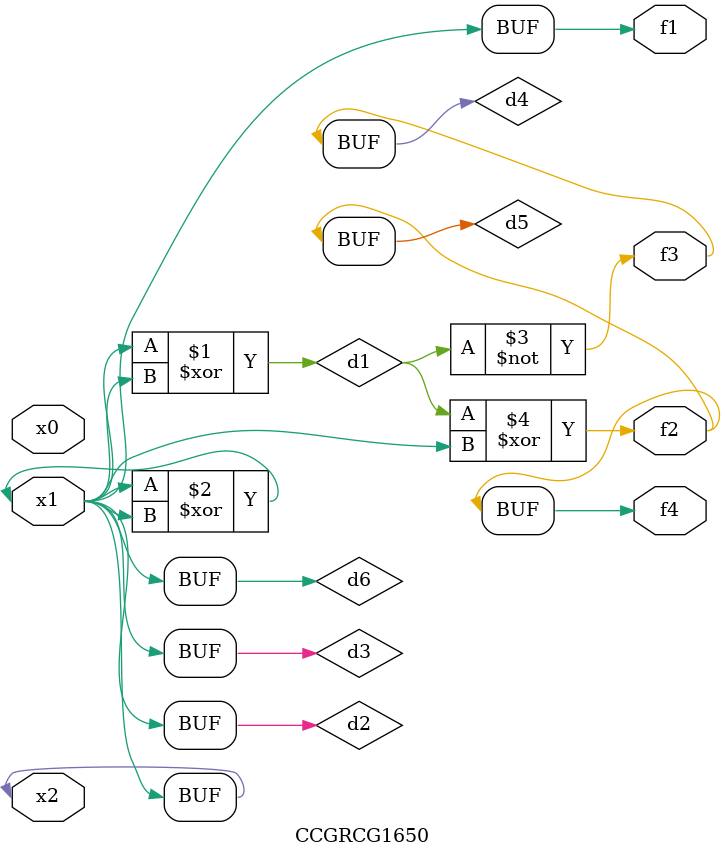
<source format=v>
module CCGRCG1650(
	input x0, x1, x2,
	output f1, f2, f3, f4
);

	wire d1, d2, d3, d4, d5, d6;

	xor (d1, x1, x2);
	buf (d2, x1, x2);
	xor (d3, x1, x2);
	nor (d4, d1);
	xor (d5, d1, d2);
	buf (d6, d2, d3);
	assign f1 = d6;
	assign f2 = d5;
	assign f3 = d4;
	assign f4 = d5;
endmodule

</source>
